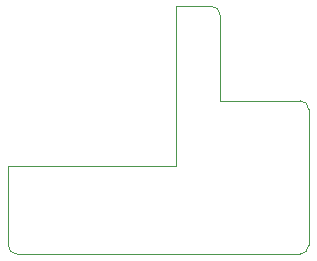
<source format=gbr>
%TF.GenerationSoftware,KiCad,Pcbnew,9.0.1-9.0.1-0~ubuntu22.04.1*%
%TF.CreationDate,2025-05-27T18:32:29-04:00*%
%TF.ProjectId,Omi-Glass-DevKit,4f6d692d-476c-4617-9373-2d4465764b69,rev?*%
%TF.SameCoordinates,Original*%
%TF.FileFunction,Profile,NP*%
%FSLAX46Y46*%
G04 Gerber Fmt 4.6, Leading zero omitted, Abs format (unit mm)*
G04 Created by KiCad (PCBNEW 9.0.1-9.0.1-0~ubuntu22.04.1) date 2025-05-27 18:32:29*
%MOMM*%
%LPD*%
G01*
G04 APERTURE LIST*
%TA.AperFunction,Profile*%
%ADD10C,0.100000*%
%TD*%
G04 APERTURE END LIST*
D10*
X-8975000Y-3000000D02*
X-5250000Y-3000000D01*
X15725000Y2500000D02*
G75*
G02*
X16475000Y1750000I0J-750000D01*
G01*
X5250000Y-3000000D02*
X5250000Y10500000D01*
X8225000Y10500000D02*
G75*
G02*
X8975000Y9750000I0J-750000D01*
G01*
X5250000Y10500000D02*
X8225000Y10500000D01*
X16475000Y-9750000D02*
G75*
G02*
X15725000Y-10500000I-750000J0D01*
G01*
X-5250000Y-3000000D02*
X5250000Y-3000000D01*
X8975000Y2500000D02*
X15725000Y2500000D01*
X-8225000Y-10500000D02*
X15725000Y-10500000D01*
X8975000Y9750000D02*
X8975000Y2500000D01*
X16475000Y1750000D02*
X16475000Y-9750000D01*
X-8225000Y-10500000D02*
G75*
G02*
X-8975000Y-9750000I0J750000D01*
G01*
X-8975000Y-9750000D02*
X-8975000Y-3000000D01*
M02*

</source>
